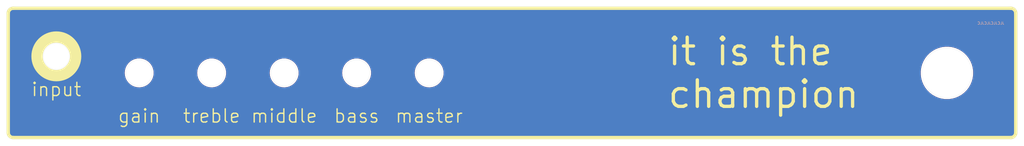
<source format=kicad_pcb>
(kicad_pcb (version 20171130) (host pcbnew 5.1.10-88a1d61d58~90~ubuntu20.04.1)

  (general
    (thickness 1.6)
    (drawings 33)
    (tracks 0)
    (zones 0)
    (modules 0)
    (nets 1)
  )

  (page A4)
  (layers
    (0 F.Cu signal)
    (31 B.Cu signal)
    (32 B.Adhes user)
    (33 F.Adhes user)
    (34 B.Paste user)
    (35 F.Paste user)
    (36 B.SilkS user)
    (37 F.SilkS user)
    (38 B.Mask user)
    (39 F.Mask user)
    (40 Dwgs.User user)
    (41 Cmts.User user)
    (42 Eco1.User user)
    (43 Eco2.User user)
    (44 Edge.Cuts user)
    (45 Margin user)
    (46 B.CrtYd user)
    (47 F.CrtYd user)
    (48 B.Fab user)
    (49 F.Fab user)
  )

  (setup
    (last_trace_width 0.25)
    (trace_clearance 0.2)
    (zone_clearance 0.508)
    (zone_45_only no)
    (trace_min 0.2)
    (via_size 0.8)
    (via_drill 0.4)
    (via_min_size 0.4)
    (via_min_drill 0.3)
    (uvia_size 0.3)
    (uvia_drill 0.1)
    (uvias_allowed no)
    (uvia_min_size 0.2)
    (uvia_min_drill 0.1)
    (edge_width 0.05)
    (segment_width 0.2)
    (pcb_text_width 0.3)
    (pcb_text_size 1.5 1.5)
    (mod_edge_width 0.12)
    (mod_text_size 1 1)
    (mod_text_width 0.15)
    (pad_size 1.524 1.524)
    (pad_drill 0.762)
    (pad_to_mask_clearance 0)
    (aux_axis_origin 0 0)
    (visible_elements FFFFFF7F)
    (pcbplotparams
      (layerselection 0x010fc_ffffffff)
      (usegerberextensions true)
      (usegerberattributes false)
      (usegerberadvancedattributes false)
      (creategerberjobfile false)
      (excludeedgelayer true)
      (linewidth 0.150000)
      (plotframeref false)
      (viasonmask false)
      (mode 1)
      (useauxorigin false)
      (hpglpennumber 1)
      (hpglpenspeed 20)
      (hpglpendiameter 15.000000)
      (psnegative false)
      (psa4output false)
      (plotreference true)
      (plotvalue false)
      (plotinvisibletext false)
      (padsonsilk false)
      (subtractmaskfromsilk true)
      (outputformat 1)
      (mirror false)
      (drillshape 0)
      (scaleselection 1)
      (outputdirectory "../gerbers/"))
  )

  (net 0 "")

  (net_class Default "This is the default net class."
    (clearance 0.2)
    (trace_width 0.25)
    (via_dia 0.8)
    (via_drill 0.4)
    (uvia_dia 0.3)
    (uvia_drill 0.1)
  )

  (gr_circle (center 19.05 19.05) (end 26.455309 19.05) (layer F.SilkS) (width 4.318))
  (gr_text JLCJLCJLCJLC (at 377.19 6.35) (layer B.SilkS)
    (effects (font (size 1 1) (thickness 0.15)) (justify mirror))
  )
  (gr_text "it is the\nchampion" (at 252.73 25.4) (layer F.SilkS)
    (effects (font (size 10.16 10.16) (thickness 1.27)) (justify left))
  )
  (gr_circle (center 50.8 25.4) (end 60.96 25.4) (layer Dwgs.User) (width 0.15))
  (gr_line (start 384.81 50.165) (end 2.54 50.165) (layer F.SilkS) (width 1.27) (tstamp 6113C9D1))
  (gr_line (start 384.81 0.635) (end 2.54 0.635) (layer F.SilkS) (width 1.27) (tstamp 6113C9CA))
  (gr_line (start 386.715 48.26) (end 386.715 2.54) (layer F.SilkS) (width 1.27) (tstamp 6113C9BB))
  (gr_arc (start 384.81 48.26) (end 384.81 50.165) (angle -90) (layer F.SilkS) (width 1.27) (tstamp 6113C9BA))
  (gr_arc (start 384.81 2.54) (end 386.715 2.54) (angle -90) (layer F.SilkS) (width 1.27) (tstamp 6113C9B9))
  (gr_arc (start 2.54 48.26) (end 0.635 48.26) (angle -90) (layer F.SilkS) (width 1.27) (tstamp 6113C997))
  (gr_arc (start 2.54 2.54) (end 2.54 0.635) (angle -90) (layer F.SilkS) (width 1.27))
  (gr_line (start 0.635 2.54) (end 0.635 48.26) (layer F.SilkS) (width 1.27))
  (gr_text master (at 161.925 41.91) (layer F.SilkS) (tstamp 6113C86F)
    (effects (font (size 5.08 5.08) (thickness 0.508)))
  )
  (gr_text bass (at 134.14375 41.91) (layer F.SilkS) (tstamp 6113C86F)
    (effects (font (size 5.08 5.08) (thickness 0.508)))
  )
  (gr_text middle (at 106.3625 41.91) (layer F.SilkS) (tstamp 6113C86F)
    (effects (font (size 5.08 5.08) (thickness 0.508)))
  )
  (gr_text treble (at 78.58125 41.91) (layer F.SilkS) (tstamp 6113C86F)
    (effects (font (size 5.08 5.08) (thickness 0.508)))
  )
  (gr_text gain (at 50.8 41.91) (layer F.SilkS) (tstamp 6113CB04)
    (effects (font (size 5.08 5.08) (thickness 0.508)))
  )
  (gr_text input (at 19.05 31.75) (layer F.SilkS)
    (effects (font (size 5.08 5.08) (thickness 0.508)))
  )
  (gr_circle (center 360.3625 25.4) (end 369.8875 25.4) (layer Edge.Cuts) (width 0.05) (tstamp 6113C77B))
  (gr_circle (center 161.925 25.4) (end 166.9415 25.4) (layer Edge.Cuts) (width 0.05) (tstamp 6113C77B))
  (gr_circle (center 134.14375 25.4) (end 139.16025 25.4) (layer Edge.Cuts) (width 0.05) (tstamp 6113C77B))
  (gr_circle (center 106.3625 25.4) (end 111.379 25.4) (layer Edge.Cuts) (width 0.05) (tstamp 6113C77B))
  (gr_circle (center 78.58125 25.4) (end 83.59775 25.4) (layer Edge.Cuts) (width 0.05) (tstamp 6113C77B))
  (gr_circle (center 50.8 25.4) (end 55.8165 25.4) (layer Edge.Cuts) (width 0.05) (tstamp 6113C1FA))
  (gr_circle (center 19.05 19.05) (end 24.0665 19.05) (layer Edge.Cuts) (width 0.05))
  (gr_arc (start 384.81 2.54) (end 387.35 2.54) (angle -90) (layer Edge.Cuts) (width 0.05) (tstamp 6113C14C))
  (gr_arc (start 384.81 48.26) (end 384.81 50.8) (angle -90) (layer Edge.Cuts) (width 0.05) (tstamp 6113C14C))
  (gr_arc (start 2.54 48.26) (end 0 48.26) (angle -90) (layer Edge.Cuts) (width 0.05) (tstamp 6113C14C))
  (gr_arc (start 2.54 2.54) (end 2.54 0) (angle -90) (layer Edge.Cuts) (width 0.05))
  (gr_line (start 384.81 0) (end 2.54 0) (layer Edge.Cuts) (width 0.05) (tstamp 6113C13F))
  (gr_line (start 387.35 48.26) (end 387.35 2.54) (layer Edge.Cuts) (width 0.05))
  (gr_line (start 2.54 50.8) (end 384.81 50.8) (layer Edge.Cuts) (width 0.05))
  (gr_line (start 0 2.54) (end 0 48.26) (layer Edge.Cuts) (width 0.05))

  (zone (net 0) (net_name "") (layer F.Cu) (tstamp 6113CCB6) (hatch edge 0.508)
    (connect_pads (clearance 0.508))
    (min_thickness 0.254)
    (fill yes (arc_segments 32) (thermal_gap 0.508) (thermal_bridge_width 0.508))
    (polygon
      (pts
        (xy 388.62 52.07) (xy -1.27 52.07) (xy -1.27 -1.27) (xy 388.62 -1.27)
      )
    )
    (filled_polygon
      (pts
        (xy 385.174545 0.698909) (xy 385.525208 0.80478) (xy 385.848625 0.976744) (xy 386.132484 1.208254) (xy 386.365965 1.490486)
        (xy 386.540183 1.812695) (xy 386.648502 2.162614) (xy 386.690001 2.557452) (xy 386.69 48.227721) (xy 386.651091 48.624545)
        (xy 386.54522 48.975206) (xy 386.373257 49.298623) (xy 386.141748 49.582482) (xy 385.859514 49.815965) (xy 385.537304 49.990184)
        (xy 385.187385 50.098502) (xy 384.792557 50.14) (xy 2.572279 50.14) (xy 2.175455 50.101091) (xy 1.824794 49.99522)
        (xy 1.501377 49.823257) (xy 1.217518 49.591748) (xy 0.984035 49.309514) (xy 0.809816 48.987304) (xy 0.701498 48.637385)
        (xy 0.66 48.242557) (xy 0.66 25.4) (xy 45.1035 25.4) (xy 45.195045 26.417149) (xy 45.466738 27.401607)
        (xy 45.909846 28.321731) (xy 46.510128 29.147948) (xy 47.24829 29.853703) (xy 48.100607 30.416312) (xy 49.039685 30.817693)
        (xy 50.03534 31.044945) (xy 51.055573 31.090764) (xy 52.067591 30.953677) (xy 53.038867 30.63809) (xy 53.938185 30.154147)
        (xy 54.736638 29.517401) (xy 55.408565 28.748319) (xy 55.932369 27.871619) (xy 56.291214 26.915479) (xy 56.473568 25.91063)
        (xy 56.473568 25.4) (xy 72.88475 25.4) (xy 72.976295 26.417149) (xy 73.247988 27.401607) (xy 73.691096 28.321731)
        (xy 74.291378 29.147948) (xy 75.02954 29.853703) (xy 75.881857 30.416312) (xy 76.820935 30.817693) (xy 77.81659 31.044945)
        (xy 78.836823 31.090764) (xy 79.848841 30.953677) (xy 80.820117 30.63809) (xy 81.719435 30.154147) (xy 82.517888 29.517401)
        (xy 83.189815 28.748319) (xy 83.713619 27.871619) (xy 84.072464 26.915479) (xy 84.254818 25.91063) (xy 84.254818 25.4)
        (xy 100.666 25.4) (xy 100.757545 26.417149) (xy 101.029238 27.401607) (xy 101.472346 28.321731) (xy 102.072628 29.147948)
        (xy 102.81079 29.853703) (xy 103.663107 30.416312) (xy 104.602185 30.817693) (xy 105.59784 31.044945) (xy 106.618073 31.090764)
        (xy 107.630091 30.953677) (xy 108.601367 30.63809) (xy 109.500685 30.154147) (xy 110.299138 29.517401) (xy 110.971065 28.748319)
        (xy 111.494869 27.871619) (xy 111.853714 26.915479) (xy 112.036068 25.91063) (xy 112.036068 25.4) (xy 128.44725 25.4)
        (xy 128.538795 26.417149) (xy 128.810488 27.401607) (xy 129.253596 28.321731) (xy 129.853878 29.147948) (xy 130.59204 29.853703)
        (xy 131.444357 30.416312) (xy 132.383435 30.817693) (xy 133.37909 31.044945) (xy 134.399323 31.090764) (xy 135.411341 30.953677)
        (xy 136.382617 30.63809) (xy 137.281935 30.154147) (xy 138.080388 29.517401) (xy 138.752315 28.748319) (xy 139.276119 27.871619)
        (xy 139.634964 26.915479) (xy 139.817318 25.91063) (xy 139.817318 25.4) (xy 156.2285 25.4) (xy 156.320045 26.417149)
        (xy 156.591738 27.401607) (xy 157.034846 28.321731) (xy 157.635128 29.147948) (xy 158.37329 29.853703) (xy 159.225607 30.416312)
        (xy 160.164685 30.817693) (xy 161.16034 31.044945) (xy 162.180573 31.090764) (xy 163.192591 30.953677) (xy 164.163867 30.63809)
        (xy 165.063185 30.154147) (xy 165.861638 29.517401) (xy 166.533565 28.748319) (xy 167.057369 27.871619) (xy 167.416214 26.915479)
        (xy 167.598568 25.91063) (xy 167.598568 24.88937) (xy 167.570112 24.732561) (xy 350.17935 24.732561) (xy 350.17935 26.067439)
        (xy 350.353586 27.390897) (xy 350.699078 28.68029) (xy 351.209914 29.913556) (xy 351.877353 31.069594) (xy 352.689975 32.128624)
        (xy 353.633876 33.072525) (xy 354.692906 33.885147) (xy 355.848944 34.552586) (xy 357.08221 35.063422) (xy 358.371603 35.408914)
        (xy 359.695061 35.58315) (xy 361.029939 35.58315) (xy 362.353397 35.408914) (xy 363.64279 35.063422) (xy 364.876056 34.552586)
        (xy 366.032094 33.885147) (xy 367.091124 33.072525) (xy 368.035025 32.128624) (xy 368.847647 31.069594) (xy 369.515086 29.913556)
        (xy 370.025922 28.68029) (xy 370.371414 27.390897) (xy 370.54565 26.067439) (xy 370.54565 24.732561) (xy 370.371414 23.409103)
        (xy 370.025922 22.11971) (xy 369.515086 20.886444) (xy 368.847647 19.730406) (xy 368.035025 18.671376) (xy 367.091124 17.727475)
        (xy 366.032094 16.914853) (xy 364.876056 16.247414) (xy 363.64279 15.736578) (xy 362.353397 15.391086) (xy 361.029939 15.21685)
        (xy 359.695061 15.21685) (xy 358.371603 15.391086) (xy 357.08221 15.736578) (xy 355.848944 16.247414) (xy 354.692906 16.914853)
        (xy 353.633876 17.727475) (xy 352.689975 18.671376) (xy 351.877353 19.730406) (xy 351.209914 20.886444) (xy 350.699078 22.11971)
        (xy 350.353586 23.409103) (xy 350.17935 24.732561) (xy 167.570112 24.732561) (xy 167.416214 23.884521) (xy 167.057369 22.928381)
        (xy 166.533565 22.051681) (xy 165.861638 21.282599) (xy 165.063185 20.645853) (xy 164.163867 20.16191) (xy 163.192591 19.846323)
        (xy 162.180573 19.709236) (xy 161.16034 19.755055) (xy 160.164685 19.982307) (xy 159.225607 20.383688) (xy 158.37329 20.946297)
        (xy 157.635128 21.652052) (xy 157.034846 22.478269) (xy 156.591738 23.398393) (xy 156.320045 24.382851) (xy 156.2285 25.4)
        (xy 139.817318 25.4) (xy 139.817318 24.88937) (xy 139.634964 23.884521) (xy 139.276119 22.928381) (xy 138.752315 22.051681)
        (xy 138.080388 21.282599) (xy 137.281935 20.645853) (xy 136.382617 20.16191) (xy 135.411341 19.846323) (xy 134.399323 19.709236)
        (xy 133.37909 19.755055) (xy 132.383435 19.982307) (xy 131.444357 20.383688) (xy 130.59204 20.946297) (xy 129.853878 21.652052)
        (xy 129.253596 22.478269) (xy 128.810488 23.398393) (xy 128.538795 24.382851) (xy 128.44725 25.4) (xy 112.036068 25.4)
        (xy 112.036068 24.88937) (xy 111.853714 23.884521) (xy 111.494869 22.928381) (xy 110.971065 22.051681) (xy 110.299138 21.282599)
        (xy 109.500685 20.645853) (xy 108.601367 20.16191) (xy 107.630091 19.846323) (xy 106.618073 19.709236) (xy 105.59784 19.755055)
        (xy 104.602185 19.982307) (xy 103.663107 20.383688) (xy 102.81079 20.946297) (xy 102.072628 21.652052) (xy 101.472346 22.478269)
        (xy 101.029238 23.398393) (xy 100.757545 24.382851) (xy 100.666 25.4) (xy 84.254818 25.4) (xy 84.254818 24.88937)
        (xy 84.072464 23.884521) (xy 83.713619 22.928381) (xy 83.189815 22.051681) (xy 82.517888 21.282599) (xy 81.719435 20.645853)
        (xy 80.820117 20.16191) (xy 79.848841 19.846323) (xy 78.836823 19.709236) (xy 77.81659 19.755055) (xy 76.820935 19.982307)
        (xy 75.881857 20.383688) (xy 75.02954 20.946297) (xy 74.291378 21.652052) (xy 73.691096 22.478269) (xy 73.247988 23.398393)
        (xy 72.976295 24.382851) (xy 72.88475 25.4) (xy 56.473568 25.4) (xy 56.473568 24.88937) (xy 56.291214 23.884521)
        (xy 55.932369 22.928381) (xy 55.408565 22.051681) (xy 54.736638 21.282599) (xy 53.938185 20.645853) (xy 53.038867 20.16191)
        (xy 52.067591 19.846323) (xy 51.055573 19.709236) (xy 50.03534 19.755055) (xy 49.039685 19.982307) (xy 48.100607 20.383688)
        (xy 47.24829 20.946297) (xy 46.510128 21.652052) (xy 45.909846 22.478269) (xy 45.466738 23.398393) (xy 45.195045 24.382851)
        (xy 45.1035 25.4) (xy 0.66 25.4) (xy 0.66 19.05) (xy 13.3535 19.05) (xy 13.445045 20.067149)
        (xy 13.716738 21.051607) (xy 14.159846 21.971731) (xy 14.760128 22.797948) (xy 15.49829 23.503703) (xy 16.350607 24.066312)
        (xy 17.289685 24.467693) (xy 18.28534 24.694945) (xy 19.305573 24.740764) (xy 20.317591 24.603677) (xy 21.288867 24.28809)
        (xy 22.188185 23.804147) (xy 22.986638 23.167401) (xy 23.658565 22.398319) (xy 24.182369 21.521619) (xy 24.541214 20.565479)
        (xy 24.723568 19.56063) (xy 24.723568 18.53937) (xy 24.541214 17.534521) (xy 24.182369 16.578381) (xy 23.658565 15.701681)
        (xy 22.986638 14.932599) (xy 22.188185 14.295853) (xy 21.288867 13.81191) (xy 20.317591 13.496323) (xy 19.305573 13.359236)
        (xy 18.28534 13.405055) (xy 17.289685 13.632307) (xy 16.350607 14.033688) (xy 15.49829 14.596297) (xy 14.760128 15.302052)
        (xy 14.159846 16.128269) (xy 13.716738 17.048393) (xy 13.445045 18.032851) (xy 13.3535 19.05) (xy 0.66 19.05)
        (xy 0.66 2.572279) (xy 0.698909 2.175455) (xy 0.80478 1.824792) (xy 0.976744 1.501375) (xy 1.208254 1.217516)
        (xy 1.490486 0.984035) (xy 1.812695 0.809817) (xy 2.162614 0.701498) (xy 2.557443 0.66) (xy 384.777721 0.66)
      )
    )
  )
  (zone (net 0) (net_name "") (layer B.Cu) (tstamp 6113CCB3) (hatch edge 0.508)
    (connect_pads (clearance 0.508))
    (min_thickness 0.254)
    (fill yes (arc_segments 32) (thermal_gap 0.508) (thermal_bridge_width 0.508))
    (polygon
      (pts
        (xy 389.89 53.34) (xy -2.54 53.34) (xy -2.54 -2.54) (xy 389.89 -2.54)
      )
    )
    (filled_polygon
      (pts
        (xy 385.174545 0.698909) (xy 385.525208 0.80478) (xy 385.848625 0.976744) (xy 386.132484 1.208254) (xy 386.365965 1.490486)
        (xy 386.540183 1.812695) (xy 386.648502 2.162614) (xy 386.690001 2.557452) (xy 386.69 48.227721) (xy 386.651091 48.624545)
        (xy 386.54522 48.975206) (xy 386.373257 49.298623) (xy 386.141748 49.582482) (xy 385.859514 49.815965) (xy 385.537304 49.990184)
        (xy 385.187385 50.098502) (xy 384.792557 50.14) (xy 2.572279 50.14) (xy 2.175455 50.101091) (xy 1.824794 49.99522)
        (xy 1.501377 49.823257) (xy 1.217518 49.591748) (xy 0.984035 49.309514) (xy 0.809816 48.987304) (xy 0.701498 48.637385)
        (xy 0.66 48.242557) (xy 0.66 25.4) (xy 45.1035 25.4) (xy 45.195045 26.417149) (xy 45.466738 27.401607)
        (xy 45.909846 28.321731) (xy 46.510128 29.147948) (xy 47.24829 29.853703) (xy 48.100607 30.416312) (xy 49.039685 30.817693)
        (xy 50.03534 31.044945) (xy 51.055573 31.090764) (xy 52.067591 30.953677) (xy 53.038867 30.63809) (xy 53.938185 30.154147)
        (xy 54.736638 29.517401) (xy 55.408565 28.748319) (xy 55.932369 27.871619) (xy 56.291214 26.915479) (xy 56.473568 25.91063)
        (xy 56.473568 25.4) (xy 72.88475 25.4) (xy 72.976295 26.417149) (xy 73.247988 27.401607) (xy 73.691096 28.321731)
        (xy 74.291378 29.147948) (xy 75.02954 29.853703) (xy 75.881857 30.416312) (xy 76.820935 30.817693) (xy 77.81659 31.044945)
        (xy 78.836823 31.090764) (xy 79.848841 30.953677) (xy 80.820117 30.63809) (xy 81.719435 30.154147) (xy 82.517888 29.517401)
        (xy 83.189815 28.748319) (xy 83.713619 27.871619) (xy 84.072464 26.915479) (xy 84.254818 25.91063) (xy 84.254818 25.4)
        (xy 100.666 25.4) (xy 100.757545 26.417149) (xy 101.029238 27.401607) (xy 101.472346 28.321731) (xy 102.072628 29.147948)
        (xy 102.81079 29.853703) (xy 103.663107 30.416312) (xy 104.602185 30.817693) (xy 105.59784 31.044945) (xy 106.618073 31.090764)
        (xy 107.630091 30.953677) (xy 108.601367 30.63809) (xy 109.500685 30.154147) (xy 110.299138 29.517401) (xy 110.971065 28.748319)
        (xy 111.494869 27.871619) (xy 111.853714 26.915479) (xy 112.036068 25.91063) (xy 112.036068 25.4) (xy 128.44725 25.4)
        (xy 128.538795 26.417149) (xy 128.810488 27.401607) (xy 129.253596 28.321731) (xy 129.853878 29.147948) (xy 130.59204 29.853703)
        (xy 131.444357 30.416312) (xy 132.383435 30.817693) (xy 133.37909 31.044945) (xy 134.399323 31.090764) (xy 135.411341 30.953677)
        (xy 136.382617 30.63809) (xy 137.281935 30.154147) (xy 138.080388 29.517401) (xy 138.752315 28.748319) (xy 139.276119 27.871619)
        (xy 139.634964 26.915479) (xy 139.817318 25.91063) (xy 139.817318 25.4) (xy 156.2285 25.4) (xy 156.320045 26.417149)
        (xy 156.591738 27.401607) (xy 157.034846 28.321731) (xy 157.635128 29.147948) (xy 158.37329 29.853703) (xy 159.225607 30.416312)
        (xy 160.164685 30.817693) (xy 161.16034 31.044945) (xy 162.180573 31.090764) (xy 163.192591 30.953677) (xy 164.163867 30.63809)
        (xy 165.063185 30.154147) (xy 165.861638 29.517401) (xy 166.533565 28.748319) (xy 167.057369 27.871619) (xy 167.416214 26.915479)
        (xy 167.598568 25.91063) (xy 167.598568 24.88937) (xy 167.570112 24.732561) (xy 350.17935 24.732561) (xy 350.17935 26.067439)
        (xy 350.353586 27.390897) (xy 350.699078 28.68029) (xy 351.209914 29.913556) (xy 351.877353 31.069594) (xy 352.689975 32.128624)
        (xy 353.633876 33.072525) (xy 354.692906 33.885147) (xy 355.848944 34.552586) (xy 357.08221 35.063422) (xy 358.371603 35.408914)
        (xy 359.695061 35.58315) (xy 361.029939 35.58315) (xy 362.353397 35.408914) (xy 363.64279 35.063422) (xy 364.876056 34.552586)
        (xy 366.032094 33.885147) (xy 367.091124 33.072525) (xy 368.035025 32.128624) (xy 368.847647 31.069594) (xy 369.515086 29.913556)
        (xy 370.025922 28.68029) (xy 370.371414 27.390897) (xy 370.54565 26.067439) (xy 370.54565 24.732561) (xy 370.371414 23.409103)
        (xy 370.025922 22.11971) (xy 369.515086 20.886444) (xy 368.847647 19.730406) (xy 368.035025 18.671376) (xy 367.091124 17.727475)
        (xy 366.032094 16.914853) (xy 364.876056 16.247414) (xy 363.64279 15.736578) (xy 362.353397 15.391086) (xy 361.029939 15.21685)
        (xy 359.695061 15.21685) (xy 358.371603 15.391086) (xy 357.08221 15.736578) (xy 355.848944 16.247414) (xy 354.692906 16.914853)
        (xy 353.633876 17.727475) (xy 352.689975 18.671376) (xy 351.877353 19.730406) (xy 351.209914 20.886444) (xy 350.699078 22.11971)
        (xy 350.353586 23.409103) (xy 350.17935 24.732561) (xy 167.570112 24.732561) (xy 167.416214 23.884521) (xy 167.057369 22.928381)
        (xy 166.533565 22.051681) (xy 165.861638 21.282599) (xy 165.063185 20.645853) (xy 164.163867 20.16191) (xy 163.192591 19.846323)
        (xy 162.180573 19.709236) (xy 161.16034 19.755055) (xy 160.164685 19.982307) (xy 159.225607 20.383688) (xy 158.37329 20.946297)
        (xy 157.635128 21.652052) (xy 157.034846 22.478269) (xy 156.591738 23.398393) (xy 156.320045 24.382851) (xy 156.2285 25.4)
        (xy 139.817318 25.4) (xy 139.817318 24.88937) (xy 139.634964 23.884521) (xy 139.276119 22.928381) (xy 138.752315 22.051681)
        (xy 138.080388 21.282599) (xy 137.281935 20.645853) (xy 136.382617 20.16191) (xy 135.411341 19.846323) (xy 134.399323 19.709236)
        (xy 133.37909 19.755055) (xy 132.383435 19.982307) (xy 131.444357 20.383688) (xy 130.59204 20.946297) (xy 129.853878 21.652052)
        (xy 129.253596 22.478269) (xy 128.810488 23.398393) (xy 128.538795 24.382851) (xy 128.44725 25.4) (xy 112.036068 25.4)
        (xy 112.036068 24.88937) (xy 111.853714 23.884521) (xy 111.494869 22.928381) (xy 110.971065 22.051681) (xy 110.299138 21.282599)
        (xy 109.500685 20.645853) (xy 108.601367 20.16191) (xy 107.630091 19.846323) (xy 106.618073 19.709236) (xy 105.59784 19.755055)
        (xy 104.602185 19.982307) (xy 103.663107 20.383688) (xy 102.81079 20.946297) (xy 102.072628 21.652052) (xy 101.472346 22.478269)
        (xy 101.029238 23.398393) (xy 100.757545 24.382851) (xy 100.666 25.4) (xy 84.254818 25.4) (xy 84.254818 24.88937)
        (xy 84.072464 23.884521) (xy 83.713619 22.928381) (xy 83.189815 22.051681) (xy 82.517888 21.282599) (xy 81.719435 20.645853)
        (xy 80.820117 20.16191) (xy 79.848841 19.846323) (xy 78.836823 19.709236) (xy 77.81659 19.755055) (xy 76.820935 19.982307)
        (xy 75.881857 20.383688) (xy 75.02954 20.946297) (xy 74.291378 21.652052) (xy 73.691096 22.478269) (xy 73.247988 23.398393)
        (xy 72.976295 24.382851) (xy 72.88475 25.4) (xy 56.473568 25.4) (xy 56.473568 24.88937) (xy 56.291214 23.884521)
        (xy 55.932369 22.928381) (xy 55.408565 22.051681) (xy 54.736638 21.282599) (xy 53.938185 20.645853) (xy 53.038867 20.16191)
        (xy 52.067591 19.846323) (xy 51.055573 19.709236) (xy 50.03534 19.755055) (xy 49.039685 19.982307) (xy 48.100607 20.383688)
        (xy 47.24829 20.946297) (xy 46.510128 21.652052) (xy 45.909846 22.478269) (xy 45.466738 23.398393) (xy 45.195045 24.382851)
        (xy 45.1035 25.4) (xy 0.66 25.4) (xy 0.66 19.05) (xy 13.3535 19.05) (xy 13.445045 20.067149)
        (xy 13.716738 21.051607) (xy 14.159846 21.971731) (xy 14.760128 22.797948) (xy 15.49829 23.503703) (xy 16.350607 24.066312)
        (xy 17.289685 24.467693) (xy 18.28534 24.694945) (xy 19.305573 24.740764) (xy 20.317591 24.603677) (xy 21.288867 24.28809)
        (xy 22.188185 23.804147) (xy 22.986638 23.167401) (xy 23.658565 22.398319) (xy 24.182369 21.521619) (xy 24.541214 20.565479)
        (xy 24.723568 19.56063) (xy 24.723568 18.53937) (xy 24.541214 17.534521) (xy 24.182369 16.578381) (xy 23.658565 15.701681)
        (xy 22.986638 14.932599) (xy 22.188185 14.295853) (xy 21.288867 13.81191) (xy 20.317591 13.496323) (xy 19.305573 13.359236)
        (xy 18.28534 13.405055) (xy 17.289685 13.632307) (xy 16.350607 14.033688) (xy 15.49829 14.596297) (xy 14.760128 15.302052)
        (xy 14.159846 16.128269) (xy 13.716738 17.048393) (xy 13.445045 18.032851) (xy 13.3535 19.05) (xy 0.66 19.05)
        (xy 0.66 2.572279) (xy 0.698909 2.175455) (xy 0.80478 1.824792) (xy 0.976744 1.501375) (xy 1.208254 1.217516)
        (xy 1.490486 0.984035) (xy 1.812695 0.809817) (xy 2.162614 0.701498) (xy 2.557443 0.66) (xy 384.777721 0.66)
      )
    )
  )
)

</source>
